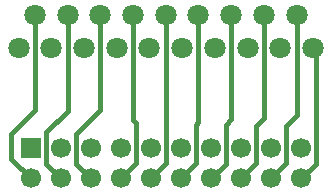
<source format=gbr>
G04 DipTrace 3.3.1.3*
G04 Top.gbr*
%MOIN*%
G04 #@! TF.FileFunction,Copper,L1,Top*
G04 #@! TF.Part,Single*
G04 #@! TA.AperFunction,Conductor*
%ADD14C,0.015748*%
G04 #@! TA.AperFunction,ComponentPad*
%ADD16C,0.070866*%
%ADD17C,0.066929*%
%ADD18R,0.066929X0.066929*%
%FSLAX26Y26*%
G04*
G70*
G90*
G75*
G01*
G04 Top*
%LPD*%
X1511830Y1088573D2*
D14*
Y741661D1*
X1493196Y723028D1*
Y593177D1*
X1443719Y543701D1*
X857499Y1088573D2*
Y770764D1*
X779326Y692591D1*
Y608094D1*
X843719Y543701D1*
X966554Y1088573D2*
Y769311D1*
X895198Y697955D1*
Y592222D1*
X943719Y543701D1*
X1075609Y1088573D2*
Y772150D1*
X994865Y691406D1*
Y592555D1*
X1043719Y543701D1*
X1184664Y1088573D2*
Y737867D1*
X1195898Y726634D1*
Y595879D1*
X1143719Y543701D1*
X1620885Y1088573D2*
Y744499D1*
X1594643Y718257D1*
Y594625D1*
X1543719Y543701D1*
X1402774Y1088573D2*
Y730453D1*
X1393396Y721075D1*
Y593378D1*
X1343719Y543701D1*
X1729940Y1088573D2*
Y754848D1*
X1693432Y718340D1*
Y593413D1*
X1643719Y543701D1*
X1293719Y1088573D2*
Y593701D1*
X1243719Y543701D1*
X1784467Y976762D2*
X1793211D1*
Y593193D1*
X1743719Y543701D1*
D16*
X1784467Y976762D3*
X1729940Y1088573D3*
X1675412Y976762D3*
X1620885Y1088573D3*
X1566357Y976762D3*
X1511830Y1088573D3*
X1457302Y976762D3*
X1402774Y1088573D3*
X1348247Y976762D3*
X1293719Y1088573D3*
X1239192Y976762D3*
X1184664Y1088573D3*
X1130137Y976762D3*
X1075609Y1088573D3*
X1021082Y976762D3*
X966554Y1088573D3*
X912026Y976762D3*
X857499Y1088573D3*
X802971Y976762D3*
D17*
X1743719Y643701D3*
Y543701D3*
X1643719Y643701D3*
Y543701D3*
X1543719Y643701D3*
Y543701D3*
X1443719Y643701D3*
Y543701D3*
X1343719Y643701D3*
Y543701D3*
X1243719Y643701D3*
Y543701D3*
X1143719Y643701D3*
Y543701D3*
X1043719Y643701D3*
Y543701D3*
X943719Y643701D3*
Y543701D3*
D18*
X843719Y643701D3*
D17*
Y543701D3*
M02*

</source>
